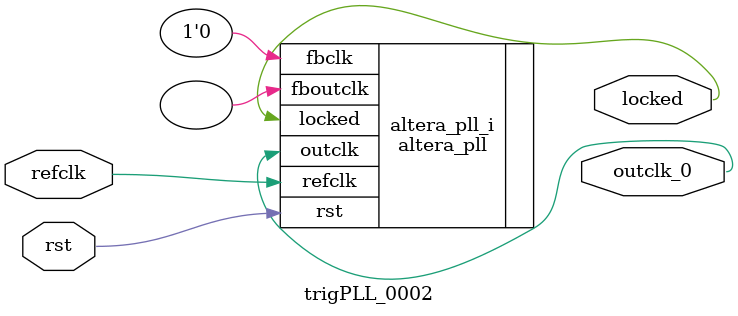
<source format=v>
`timescale 1ns/10ps
module  trigPLL_0002(

	// interface 'refclk'
	input wire refclk,

	// interface 'reset'
	input wire rst,

	// interface 'outclk0'
	output wire outclk_0,

	// interface 'locked'
	output wire locked
);

	altera_pll #(
		.fractional_vco_multiplier("false"),
		.reference_clock_frequency("125.0 MHz"),
		.operation_mode("direct"),
		.number_of_clocks(1),
		.output_clock_frequency0("500.000000 MHz"),
		.phase_shift0("0 ps"),
		.duty_cycle0(50),
		.output_clock_frequency1("0 MHz"),
		.phase_shift1("0 ps"),
		.duty_cycle1(50),
		.output_clock_frequency2("0 MHz"),
		.phase_shift2("0 ps"),
		.duty_cycle2(50),
		.output_clock_frequency3("0 MHz"),
		.phase_shift3("0 ps"),
		.duty_cycle3(50),
		.output_clock_frequency4("0 MHz"),
		.phase_shift4("0 ps"),
		.duty_cycle4(50),
		.output_clock_frequency5("0 MHz"),
		.phase_shift5("0 ps"),
		.duty_cycle5(50),
		.output_clock_frequency6("0 MHz"),
		.phase_shift6("0 ps"),
		.duty_cycle6(50),
		.output_clock_frequency7("0 MHz"),
		.phase_shift7("0 ps"),
		.duty_cycle7(50),
		.output_clock_frequency8("0 MHz"),
		.phase_shift8("0 ps"),
		.duty_cycle8(50),
		.output_clock_frequency9("0 MHz"),
		.phase_shift9("0 ps"),
		.duty_cycle9(50),
		.output_clock_frequency10("0 MHz"),
		.phase_shift10("0 ps"),
		.duty_cycle10(50),
		.output_clock_frequency11("0 MHz"),
		.phase_shift11("0 ps"),
		.duty_cycle11(50),
		.output_clock_frequency12("0 MHz"),
		.phase_shift12("0 ps"),
		.duty_cycle12(50),
		.output_clock_frequency13("0 MHz"),
		.phase_shift13("0 ps"),
		.duty_cycle13(50),
		.output_clock_frequency14("0 MHz"),
		.phase_shift14("0 ps"),
		.duty_cycle14(50),
		.output_clock_frequency15("0 MHz"),
		.phase_shift15("0 ps"),
		.duty_cycle15(50),
		.output_clock_frequency16("0 MHz"),
		.phase_shift16("0 ps"),
		.duty_cycle16(50),
		.output_clock_frequency17("0 MHz"),
		.phase_shift17("0 ps"),
		.duty_cycle17(50),
		.pll_type("General"),
		.pll_subtype("General")
	) altera_pll_i (
		.rst	(rst),
		.outclk	({outclk_0}),
		.locked	(locked),
		.fboutclk	( ),
		.fbclk	(1'b0),
		.refclk	(refclk)
	);
endmodule


</source>
